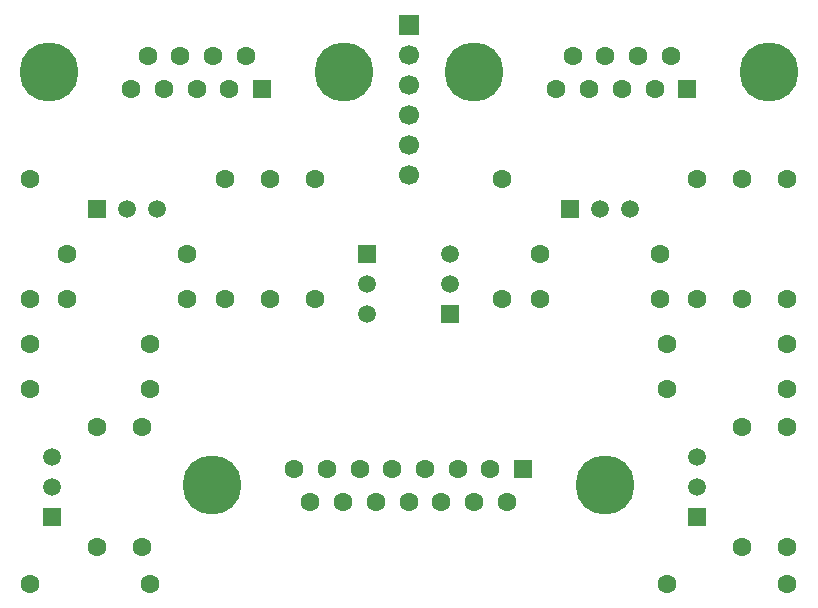
<source format=gts>
G04 #@! TF.GenerationSoftware,KiCad,Pcbnew,9.0.6-9.0.6~ubuntu24.04.1*
G04 #@! TF.CreationDate,2025-12-07T01:13:07+01:00*
G04 #@! TF.ProjectId,Acorn Joystick Adapter,41636f72-6e20-44a6-9f79-737469636b20,rev?*
G04 #@! TF.SameCoordinates,Original*
G04 #@! TF.FileFunction,Soldermask,Top*
G04 #@! TF.FilePolarity,Negative*
%FSLAX46Y46*%
G04 Gerber Fmt 4.6, Leading zero omitted, Abs format (unit mm)*
G04 Created by KiCad (PCBNEW 9.0.6-9.0.6~ubuntu24.04.1) date 2025-12-07 01:13:07*
%MOMM*%
%LPD*%
G01*
G04 APERTURE LIST*
%ADD10C,1.600000*%
%ADD11C,5.000000*%
%ADD12R,1.600000X1.600000*%
%ADD13R,1.500000X1.500000*%
%ADD14C,1.500000*%
%ADD15R,1.700000X1.700000*%
%ADD16C,1.700000*%
G04 APERTURE END LIST*
D10*
X118745000Y-106045000D03*
X118745000Y-116205000D03*
X114935000Y-116205000D03*
X114935000Y-106045000D03*
X111125000Y-106045000D03*
X111125000Y-116205000D03*
X94615000Y-106045000D03*
X94615000Y-116205000D03*
X107950000Y-116205000D03*
X97790000Y-116205000D03*
X107950000Y-112395000D03*
X97790000Y-112395000D03*
X104775000Y-120015000D03*
X94615000Y-120015000D03*
X94615000Y-123825000D03*
X104775000Y-123825000D03*
X94615000Y-140335000D03*
X104775000Y-140335000D03*
X104140000Y-127000000D03*
X104140000Y-137160000D03*
X100330000Y-127000000D03*
X100330000Y-137160000D03*
X158750000Y-106045000D03*
X158750000Y-116205000D03*
X154940000Y-116205000D03*
X154940000Y-106045000D03*
X151130000Y-106045000D03*
X151130000Y-116205000D03*
X134620000Y-106045000D03*
X134620000Y-116205000D03*
X147955000Y-116205000D03*
X137795000Y-116205000D03*
X147955000Y-112395000D03*
X137795000Y-112395000D03*
X158750000Y-120015000D03*
X148590000Y-120015000D03*
X148590000Y-123825000D03*
X158750000Y-123825000D03*
X148590000Y-140335000D03*
X158750000Y-140335000D03*
X158750000Y-127000000D03*
X158750000Y-137160000D03*
X154940000Y-127000000D03*
X154940000Y-137160000D03*
D11*
X121260000Y-97005000D03*
X96260000Y-97005000D03*
D12*
X114300000Y-98425000D03*
D10*
X111530000Y-98425000D03*
X108760000Y-98425000D03*
X105990000Y-98425000D03*
X103220000Y-98425000D03*
X112915000Y-95585000D03*
X110145000Y-95585000D03*
X107375000Y-95585000D03*
X104605000Y-95585000D03*
D11*
X157260000Y-97005000D03*
X132260000Y-97005000D03*
D12*
X150300000Y-98425000D03*
D10*
X147530000Y-98425000D03*
X144760000Y-98425000D03*
X141990000Y-98425000D03*
X139220000Y-98425000D03*
X148915000Y-95585000D03*
X146145000Y-95585000D03*
X143375000Y-95585000D03*
X140605000Y-95585000D03*
D13*
X123190000Y-112395000D03*
D14*
X123190000Y-114935000D03*
X123190000Y-117475000D03*
D13*
X100330000Y-108585000D03*
D14*
X102870000Y-108585000D03*
X105410000Y-108585000D03*
D13*
X96520000Y-134620000D03*
D14*
X96520000Y-132080000D03*
X96520000Y-129540000D03*
D13*
X130175000Y-117475000D03*
D14*
X130175000Y-114935000D03*
X130175000Y-112395000D03*
D13*
X140335000Y-108585000D03*
D14*
X142875000Y-108585000D03*
X145415000Y-108585000D03*
D13*
X151130000Y-134620000D03*
D14*
X151130000Y-132080000D03*
X151130000Y-129540000D03*
D15*
X126746000Y-92964000D03*
D16*
X126746000Y-95504000D03*
X126746000Y-98044000D03*
X126746000Y-100584000D03*
X126746000Y-103124000D03*
X126746000Y-105664000D03*
D11*
X143353000Y-131976000D03*
X110053000Y-131976000D03*
D12*
X136398000Y-130556000D03*
D10*
X133628000Y-130556000D03*
X130858000Y-130556000D03*
X128088000Y-130556000D03*
X125318000Y-130556000D03*
X122548000Y-130556000D03*
X119778000Y-130556000D03*
X117008000Y-130556000D03*
X135013000Y-133396000D03*
X132243000Y-133396000D03*
X129473000Y-133396000D03*
X126703000Y-133396000D03*
X123933000Y-133396000D03*
X121163000Y-133396000D03*
X118393000Y-133396000D03*
M02*

</source>
